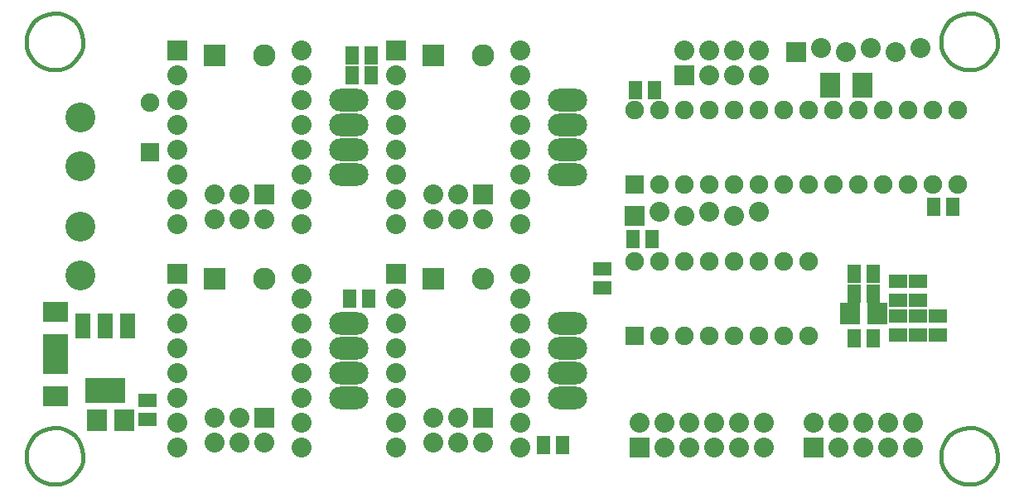
<source format=gts>
G04 (created by PCBNEW-RS274X (2012-apr-16-27)-stable) date Saturday 07,June,2014 10:26:51 PM SGT*
G01*
G70*
G90*
%MOIN*%
G04 Gerber Fmt 3.4, Leading zero omitted, Abs format*
%FSLAX34Y34*%
G04 APERTURE LIST*
%ADD10C,0.006000*%
%ADD11C,0.015000*%
%ADD12R,0.055000X0.075000*%
%ADD13R,0.080000X0.080000*%
%ADD14C,0.080000*%
%ADD15C,0.120000*%
%ADD16R,0.090000X0.090000*%
%ADD17C,0.090000*%
%ADD18R,0.075000X0.075000*%
%ADD19C,0.075000*%
%ADD20O,0.157800X0.090900*%
%ADD21R,0.075000X0.055000*%
%ADD22R,0.080000X0.100000*%
%ADD23R,0.100000X0.080000*%
%ADD24R,0.164000X0.100000*%
%ADD25R,0.060000X0.100000*%
%ADD26R,0.082900X0.090900*%
G04 APERTURE END LIST*
G54D10*
G54D11*
X78592Y-46220D02*
X78570Y-46441D01*
X78505Y-46655D01*
X78401Y-46851D01*
X78260Y-47024D01*
X78088Y-47166D01*
X77892Y-47272D01*
X77679Y-47338D01*
X77457Y-47361D01*
X77237Y-47341D01*
X77023Y-47278D01*
X76825Y-47175D01*
X76651Y-47035D01*
X76508Y-46865D01*
X76401Y-46669D01*
X76333Y-46457D01*
X76309Y-46235D01*
X76327Y-46014D01*
X76389Y-45800D01*
X76491Y-45602D01*
X76629Y-45427D01*
X76799Y-45283D01*
X76993Y-45174D01*
X77205Y-45105D01*
X77427Y-45079D01*
X77648Y-45096D01*
X77862Y-45156D01*
X78061Y-45256D01*
X78237Y-45393D01*
X78383Y-45562D01*
X78493Y-45756D01*
X78563Y-45967D01*
X78591Y-46189D01*
X78592Y-46220D01*
X78592Y-29520D02*
X78570Y-29741D01*
X78505Y-29955D01*
X78401Y-30151D01*
X78260Y-30324D01*
X78088Y-30466D01*
X77892Y-30572D01*
X77679Y-30638D01*
X77457Y-30661D01*
X77237Y-30641D01*
X77023Y-30578D01*
X76825Y-30475D01*
X76651Y-30335D01*
X76508Y-30165D01*
X76401Y-29969D01*
X76333Y-29757D01*
X76309Y-29535D01*
X76327Y-29314D01*
X76389Y-29100D01*
X76491Y-28902D01*
X76629Y-28727D01*
X76799Y-28583D01*
X76993Y-28474D01*
X77205Y-28405D01*
X77427Y-28379D01*
X77648Y-28396D01*
X77862Y-28456D01*
X78061Y-28556D01*
X78237Y-28693D01*
X78383Y-28862D01*
X78493Y-29056D01*
X78563Y-29267D01*
X78591Y-29489D01*
X78592Y-29520D01*
X41792Y-46220D02*
X41770Y-46441D01*
X41705Y-46655D01*
X41601Y-46851D01*
X41460Y-47024D01*
X41288Y-47166D01*
X41092Y-47272D01*
X40879Y-47338D01*
X40657Y-47361D01*
X40437Y-47341D01*
X40223Y-47278D01*
X40025Y-47175D01*
X39851Y-47035D01*
X39708Y-46865D01*
X39601Y-46669D01*
X39533Y-46457D01*
X39509Y-46235D01*
X39527Y-46014D01*
X39589Y-45800D01*
X39691Y-45602D01*
X39829Y-45427D01*
X39999Y-45283D01*
X40193Y-45174D01*
X40405Y-45105D01*
X40627Y-45079D01*
X40848Y-45096D01*
X41062Y-45156D01*
X41261Y-45256D01*
X41437Y-45393D01*
X41583Y-45562D01*
X41693Y-45756D01*
X41763Y-45967D01*
X41791Y-46189D01*
X41792Y-46220D01*
X41792Y-29520D02*
X41770Y-29741D01*
X41705Y-29955D01*
X41601Y-30151D01*
X41460Y-30324D01*
X41288Y-30466D01*
X41092Y-30572D01*
X40879Y-30638D01*
X40657Y-30661D01*
X40437Y-30641D01*
X40223Y-30578D01*
X40025Y-30475D01*
X39851Y-30335D01*
X39708Y-30165D01*
X39601Y-29969D01*
X39533Y-29757D01*
X39509Y-29535D01*
X39527Y-29314D01*
X39589Y-29100D01*
X39691Y-28902D01*
X39829Y-28727D01*
X39999Y-28583D01*
X40193Y-28474D01*
X40405Y-28405D01*
X40627Y-28379D01*
X40848Y-28396D01*
X41062Y-28456D01*
X41261Y-28556D01*
X41437Y-28693D01*
X41583Y-28862D01*
X41693Y-29056D01*
X41763Y-29267D01*
X41791Y-29489D01*
X41792Y-29520D01*
G54D12*
X64775Y-31470D03*
X64025Y-31470D03*
X76025Y-36170D03*
X76775Y-36170D03*
G54D13*
X70500Y-29950D03*
G54D14*
X71500Y-29790D03*
X72500Y-29950D03*
X73500Y-29790D03*
X74500Y-29950D03*
X75500Y-29790D03*
G54D13*
X66000Y-30870D03*
G54D14*
X66000Y-29870D03*
X67000Y-30870D03*
X67000Y-29870D03*
X68000Y-30870D03*
X68000Y-29870D03*
X69000Y-30870D03*
X69000Y-29870D03*
G54D15*
X41700Y-34538D03*
X41700Y-32570D03*
X41700Y-38938D03*
X41700Y-36970D03*
G54D13*
X71200Y-45870D03*
G54D14*
X71200Y-44870D03*
X72200Y-45870D03*
X72200Y-44870D03*
X73200Y-45870D03*
X73200Y-44870D03*
X74200Y-45870D03*
X74200Y-44870D03*
X75200Y-45870D03*
X75200Y-44870D03*
G54D13*
X64200Y-45870D03*
G54D14*
X64200Y-44870D03*
X65200Y-45870D03*
X65200Y-44870D03*
X66200Y-45870D03*
X66200Y-44870D03*
X67200Y-45870D03*
X67200Y-44870D03*
X68200Y-45870D03*
X68200Y-44870D03*
X69200Y-45870D03*
X69200Y-44870D03*
G54D13*
X57900Y-44670D03*
G54D14*
X57900Y-45670D03*
X56900Y-44670D03*
X56900Y-45670D03*
X55900Y-44670D03*
X55900Y-45670D03*
G54D13*
X57900Y-35670D03*
G54D14*
X57900Y-36670D03*
X56900Y-35670D03*
X56900Y-36670D03*
X55900Y-35670D03*
X55900Y-36670D03*
G54D13*
X49100Y-35670D03*
G54D14*
X49100Y-36670D03*
X48100Y-35670D03*
X48100Y-36670D03*
X47100Y-35670D03*
X47100Y-36670D03*
G54D13*
X49100Y-44670D03*
G54D14*
X49100Y-45670D03*
X48100Y-44670D03*
X48100Y-45670D03*
X47100Y-44670D03*
X47100Y-45670D03*
G54D16*
X55900Y-39070D03*
G54D17*
X57900Y-39070D03*
G54D16*
X47100Y-39070D03*
G54D17*
X49100Y-39070D03*
G54D16*
X55900Y-30070D03*
G54D17*
X57900Y-30070D03*
G54D16*
X47100Y-30070D03*
G54D17*
X49100Y-30070D03*
G54D18*
X64000Y-41370D03*
G54D19*
X65000Y-41370D03*
X66000Y-41370D03*
X67000Y-41370D03*
X68000Y-41370D03*
X69000Y-41370D03*
X70000Y-41370D03*
X71000Y-41370D03*
X71000Y-38370D03*
X70000Y-38370D03*
X69000Y-38370D03*
X68000Y-38370D03*
X67000Y-38370D03*
X66000Y-38370D03*
X65000Y-38370D03*
X64000Y-38370D03*
X65000Y-35270D03*
X66000Y-35270D03*
X67000Y-35270D03*
X68000Y-35270D03*
X69000Y-35270D03*
X70000Y-35270D03*
X71000Y-35270D03*
X72000Y-35270D03*
X73000Y-35270D03*
X74000Y-35270D03*
X75000Y-35270D03*
X76000Y-35270D03*
X77000Y-35270D03*
G54D18*
X64000Y-35270D03*
G54D19*
X77000Y-32270D03*
X76000Y-32270D03*
X75000Y-32270D03*
X74000Y-32270D03*
X73000Y-32270D03*
X72000Y-32270D03*
X71000Y-32270D03*
X70000Y-32270D03*
X69000Y-32270D03*
X68000Y-32270D03*
X67000Y-32270D03*
X66000Y-32270D03*
X65000Y-32270D03*
X64000Y-32270D03*
G54D20*
X52500Y-43870D03*
X52500Y-42870D03*
X52500Y-41870D03*
X52500Y-40870D03*
X61300Y-43870D03*
X61300Y-42870D03*
X61300Y-41870D03*
X61300Y-40870D03*
X61300Y-34870D03*
X61300Y-33870D03*
X61300Y-32870D03*
X61300Y-31870D03*
X52500Y-34870D03*
X52500Y-33870D03*
X52500Y-32870D03*
X52500Y-31870D03*
G54D13*
X54400Y-29870D03*
G54D14*
X59400Y-29870D03*
X54400Y-30870D03*
X59400Y-30870D03*
X54400Y-31870D03*
X59400Y-31870D03*
X54400Y-32870D03*
X59400Y-32870D03*
X54400Y-33870D03*
X59400Y-33870D03*
X54400Y-34870D03*
X59400Y-34870D03*
X54400Y-35870D03*
X59400Y-35870D03*
X54400Y-36870D03*
X59400Y-36870D03*
G54D13*
X54400Y-38870D03*
G54D14*
X59400Y-38870D03*
X54400Y-39870D03*
X59400Y-39870D03*
X54400Y-40870D03*
X59400Y-40870D03*
X54400Y-41870D03*
X59400Y-41870D03*
X54400Y-42870D03*
X59400Y-42870D03*
X54400Y-43870D03*
X59400Y-43870D03*
X54400Y-44870D03*
X59400Y-44870D03*
X54400Y-45870D03*
X59400Y-45870D03*
G54D13*
X45600Y-29870D03*
G54D14*
X50600Y-29870D03*
X45600Y-30870D03*
X50600Y-30870D03*
X45600Y-31870D03*
X50600Y-31870D03*
X45600Y-32870D03*
X50600Y-32870D03*
X45600Y-33870D03*
X50600Y-33870D03*
X45600Y-34870D03*
X50600Y-34870D03*
X45600Y-35870D03*
X50600Y-35870D03*
X45600Y-36870D03*
X50600Y-36870D03*
G54D13*
X45600Y-38870D03*
G54D14*
X50600Y-38870D03*
X45600Y-39870D03*
X50600Y-39870D03*
X45600Y-40870D03*
X50600Y-40870D03*
X45600Y-41870D03*
X50600Y-41870D03*
X45600Y-42870D03*
X50600Y-42870D03*
X45600Y-43870D03*
X50600Y-43870D03*
X45600Y-44870D03*
X50600Y-44870D03*
X45600Y-45870D03*
X50600Y-45870D03*
G54D13*
X64000Y-36550D03*
G54D14*
X65000Y-36390D03*
X66000Y-36550D03*
X67000Y-36390D03*
X68000Y-36550D03*
X69000Y-36390D03*
G54D21*
X62700Y-38695D03*
X62700Y-39445D03*
G54D12*
X72825Y-39670D03*
X73575Y-39670D03*
X53275Y-39870D03*
X52525Y-39870D03*
X53375Y-30870D03*
X52625Y-30870D03*
X60325Y-45770D03*
X61075Y-45770D03*
X53375Y-30070D03*
X52625Y-30070D03*
G54D21*
X74600Y-40595D03*
X74600Y-41345D03*
X75400Y-40595D03*
X75400Y-41345D03*
X76200Y-40595D03*
X76200Y-41345D03*
X75400Y-39945D03*
X75400Y-39195D03*
X74600Y-39945D03*
X74600Y-39195D03*
X44400Y-43995D03*
X44400Y-44745D03*
G54D12*
X73575Y-38870D03*
X72825Y-38870D03*
X72825Y-41470D03*
X73575Y-41470D03*
X64675Y-37470D03*
X63925Y-37470D03*
G54D22*
X71850Y-31270D03*
X73150Y-31270D03*
G54D23*
X40700Y-42520D03*
X40700Y-43820D03*
X40700Y-41720D03*
X40700Y-40420D03*
G54D24*
X42700Y-43570D03*
G54D25*
X42700Y-40970D03*
X41800Y-40970D03*
X43600Y-40970D03*
G54D26*
X72641Y-40470D03*
X73759Y-40470D03*
X42341Y-44770D03*
X43459Y-44770D03*
G54D18*
X44500Y-33970D03*
G54D19*
X44500Y-31970D03*
M02*

</source>
